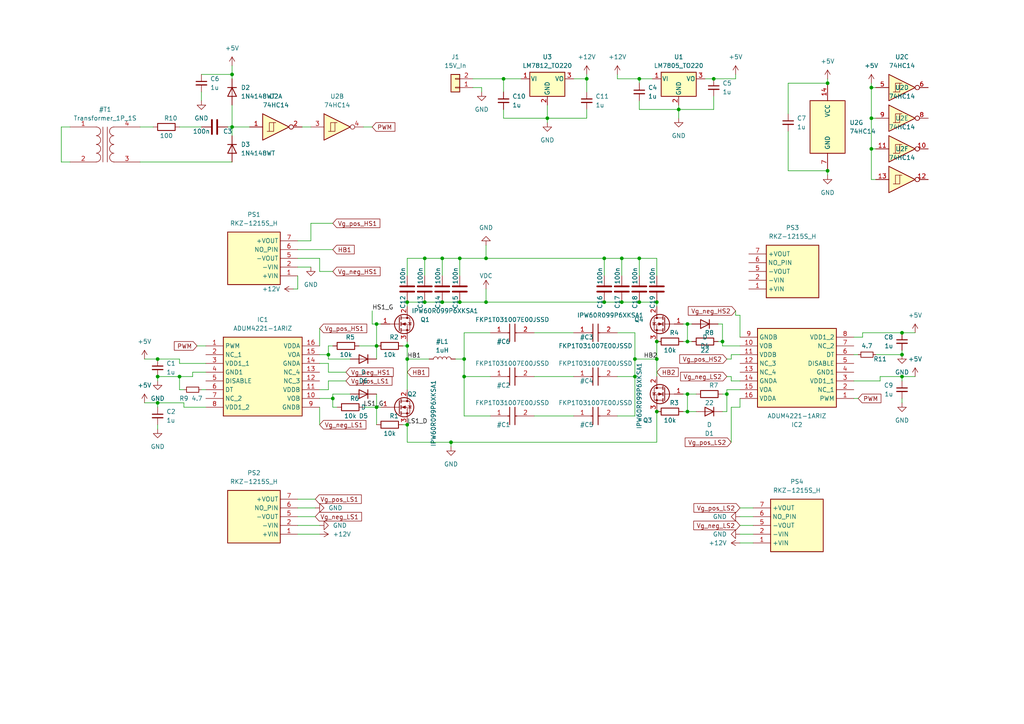
<source format=kicad_sch>
(kicad_sch (version 20230121) (generator eeschema)
  (paper "A4")
  (title_block (title "The PPFE SSTC") (date "2023-11-10") (rev "A"))
  (lib_symbols
    (symbol "74xx:74HC14" (pin_names (offset 1.016))
      (property "Reference" "U" (at 0 1.27 0))
      (property "Value" "74HC14" (at 0 -1.27 0))
      (symbol "74HC14_1_0"
        (pin input line (at -7.62 0 0) (length 3.81) (name "~") (number "1"))
        (pin output inverted (at 7.62 0 180) (length 3.81) (name "~") (number "2"))
      )
      (symbol "74HC14_2_0"
        (pin input line (at -7.62 0 0) (length 3.81) (name "~") (number "3"))
        (pin output inverted (at 7.62 0 180) (length 3.81) (name "~") (number "4"))
      )
      (symbol "74HC14_3_0"
        (pin input line (at -7.62 0 0) (length 3.81) (name "~") (number "5"))
        (pin output inverted (at 7.62 0 180) (length 3.81) (name "~") (number "6"))
      )
      (symbol "74HC14_4_0"
        (pin output inverted (at 7.62 0 180) (length 3.81) (name "~") (number "8"))
        (pin input line (at -7.62 0 0) (length 3.81) (name "~") (number "9"))
      )
      (symbol "74HC14_5_0"
        (pin output inverted (at 7.62 0 180) (length 3.81) (name "~") (number "10"))
        (pin input line (at -7.62 0 0) (length 3.81) (name "~") (number "11"))
      )
      (symbol "74HC14_6_0"
        (pin output inverted (at 7.62 0 180) (length 3.81) (name "~") (number "12"))
        (pin input line (at -7.62 0 0) (length 3.81) (name "~") (number "13"))
      )
      (symbol "74HC14_7_0"
        (pin power_in line (at 0 12.7 270) (length 5.08) (name "VCC") (number "14"))
        (pin power_in line (at 0 -12.7 90) (length 5.08) (name "GND") (number "7"))
      )
    )
    (symbol "Connector_Generic:Conn_01x02" (pin_names (offset 1.016) hide)
      (property "Reference" "J" (at 0 2.54 0))
      (property "Value" "Conn_01x02" (at 0 -5.08 0))
      (symbol "Conn_01x02_1_1"
        (pin passive line (at -5.08 0 0) (length 3.81) (name "Pin_1") (number "1"))
        (pin passive line (at -5.08 -2.54 0) (length 3.81) (name "Pin_2") (number "2"))
      )
    )
    (symbol "Device:C" (pin_numbers hide) (pin_names (offset 0.254))
      (property "Reference" "C" (at 0.635 2.54 0))
      (property "Value" "C" (at 0.635 -2.54 0))
      (symbol "C_1_1"
        (pin passive line (at 0 3.81 270) (length 2.794) (name "~") (number "1"))
        (pin passive line (at 0 -3.81 90) (length 2.794) (name "~") (number "2"))
      )
    )
    (symbol "Device:C_Small" (pin_numbers hide) (pin_names (offset 0.254) hide)
      (property "Reference" "C" (at 0.254 1.778 0))
      (property "Value" "C_Small" (at 0.254 -2.032 0))
      (symbol "C_Small_1_1"
        (pin passive line (at 0 2.54 270) (length 2.032) (name "~") (number "1"))
        (pin passive line (at 0 -2.54 90) (length 2.032) (name "~") (number "2"))
      )
    )
    (symbol "Device:D" (pin_numbers hide) (pin_names (offset 1.016) hide)
      (property "Reference" "D" (at 0 2.54 0))
      (property "Value" "D" (at 0 -2.54 0))
      (symbol "D_1_1"
        (pin passive line (at -3.81 0 0) (length 2.54) (name "K") (number "1"))
        (pin passive line (at 3.81 0 180) (length 2.54) (name "A") (number "2"))
      )
    )
    (symbol "Device:L" (pin_numbers hide) (pin_names (offset 1.016) hide)
      (property "Reference" "L" (at -1.27 0 90))
      (property "Value" "L" (at 1.905 0 90))
      (symbol "L_1_1"
        (pin passive line (at 0 3.81 270) (length 1.27) (name "1") (number "1"))
        (pin passive line (at 0 -3.81 90) (length 1.27) (name "2") (number "2"))
      )
    )
    (symbol "Device:R" (pin_numbers hide) (pin_names (offset 0))
      (property "Reference" "R" (at 2.032 0 90))
      (property "Value" "R" (at 0 0 90))
      (symbol "R_1_1"
        (pin passive line (at 0 3.81 270) (length 1.27) (name "~") (number "1"))
        (pin passive line (at 0 -3.81 90) (length 1.27) (name "~") (number "2"))
      )
    )
    (symbol "Device:R_Small" (pin_numbers hide) (pin_names (offset 0.254) hide)
      (property "Reference" "R" (at 0.762 0.508 0))
      (property "Value" "R_Small" (at 0.762 -1.016 0))
      (symbol "R_Small_1_1"
        (pin passive line (at 0 2.54 270) (length 0.762) (name "~") (number "1"))
        (pin passive line (at 0 -2.54 90) (length 0.762) (name "~") (number "2"))
      )
    )
    (symbol "Device:Transformer_1P_1S" (pin_names (offset 1.016) hide)
      (property "Reference" "T" (at 0 6.35 0))
      (property "Value" "Transformer_1P_1S" (at 0 -7.62 0))
      (symbol "Transformer_1P_1S_1_1"
        (pin passive line (at -10.16 5.08 0) (length 7.62) (name "AA") (number "1"))
        (pin passive line (at -10.16 -5.08 0) (length 7.62) (name "AB") (number "2"))
        (pin passive line (at 10.16 -5.08 180) (length 7.62) (name "SA") (number "3"))
        (pin passive line (at 10.16 5.08 180) (length 7.62) (name "SB") (number "4"))
      )
    )
    (symbol "Diode:1N4148WT" (pin_numbers hide) (pin_names hide)
      (property "Reference" "D" (at 0 2.54 0))
      (property "Value" "1N4148WT" (at 0 -2.54 0))
      (symbol "1N4148WT_1_1"
        (pin passive line (at -3.81 0 0) (length 2.54) (name "K") (number "1"))
        (pin passive line (at 3.81 0 180) (length 2.54) (name "A") (number "2"))
      )
    )
    (symbol "FKP1T031007E00JSSD:FKP1T031007E00JSSD" (pin_names hide)
      (property "Reference" "C" (at 8.89 6.35 0))
      (property "Value" "FKP1T031007E00JSSD" (at 8.89 3.81 0))
      (symbol "FKP1T031007E00JSSD_1_1"
        (pin passive line (at 0 0 0) (length 5.08) (name "1") (number "1"))
        (pin passive line (at 12.7 0 180) (length 5.08) (name "2") (number "2"))
      )
    )
    (symbol "Regulator_Linear:LM7805_TO220" (pin_names (offset 0.254))
      (property "Reference" "U" (at -3.81 3.175 0))
      (property "Value" "LM7805_TO220" (at 0 3.175 0))
      (symbol "LM7805_TO220_1_1"
        (pin power_in line (at -7.62 0 0) (length 2.54) (name "VI") (number "1"))
        (pin power_in line (at 0 -7.62 90) (length 2.54) (name "GND") (number "2"))
        (pin power_out line (at 7.62 0 180) (length 2.54) (name "VO") (number "3"))
      )
    )
    (symbol "Regulator_Linear:LM7812_TO220" (pin_names (offset 0.254))
      (property "Reference" "U" (at -3.81 3.175 0))
      (property "Value" "LM7812_TO220" (at 0 3.175 0))
      (symbol "LM7812_TO220_1_1"
        (pin power_in line (at -7.62 0 0) (length 2.54) (name "VI") (number "1"))
        (pin power_in line (at 0 -7.62 90) (length 2.54) (name "GND") (number "2"))
        (pin power_out line (at 7.62 0 180) (length 2.54) (name "VO") (number "3"))
      )
    )
    (symbol "SamacSys_Parts:ADUM4221-1ARIZ"
      (property "Reference" "IC" (at 29.21 7.62 0))
      (property "Value" "ADUM4221-1ARIZ" (at 29.21 5.08 0))
      (symbol "ADUM4221-1ARIZ_1_1"
        (pin passive line (at 0 0 0) (length 5.08) (name "PWM") (number "1"))
        (pin passive line (at 33.02 -15.24 180) (length 5.08) (name "VOB") (number "10"))
        (pin passive line (at 33.02 -12.7 180) (length 5.08) (name "VDDB") (number "11"))
        (pin passive line (at 33.02 -10.16 180) (length 5.08) (name "NC_3") (number "12"))
        (pin passive line (at 33.02 -7.62 180) (length 5.08) (name "NC_4") (number "13"))
        (pin passive line (at 33.02 -5.08 180) (length 5.08) (name "GNDA") (number "14"))
        (pin passive line (at 33.02 -2.54 180) (length 5.08) (name "VOA") (number "15"))
        (pin passive line (at 33.02 0 180) (length 5.08) (name "VDDA") (number "16"))
        (pin passive line (at 0 -2.54 0) (length 5.08) (name "NC_1") (number "2"))
        (pin passive line (at 0 -5.08 0) (length 5.08) (name "VDD1_1") (number "3"))
        (pin passive line (at 0 -7.62 0) (length 5.08) (name "GND1") (number "4"))
        (pin passive line (at 0 -10.16 0) (length 5.08) (name "DISABLE") (number "5"))
        (pin passive line (at 0 -12.7 0) (length 5.08) (name "DT") (number "6"))
        (pin passive line (at 0 -15.24 0) (length 5.08) (name "NC_2") (number "7"))
        (pin passive line (at 0 -17.78 0) (length 5.08) (name "VDD1_2") (number "8"))
        (pin passive line (at 33.02 -17.78 180) (length 5.08) (name "GNDB") (number "9"))
      )
    )
    (symbol "SamacSys_Parts:RKZ-1215S_H"
      (property "Reference" "PS" (at 21.59 7.62 0))
      (property "Value" "RKZ-1215S_H" (at 21.59 5.08 0))
      (symbol "RKZ-1215S_H_1_1"
        (pin passive line (at 0 0 0) (length 5.08) (name "+VIN") (number "1"))
        (pin passive line (at 0 -2.54 0) (length 5.08) (name "-VIN") (number "2"))
        (pin passive line (at 0 -5.08 0) (length 5.08) (name "-VOUT") (number "5"))
        (pin passive line (at 0 -7.62 0) (length 5.08) (name "NO_PIN") (number "6"))
        (pin passive line (at 0 -10.16 0) (length 5.08) (name "+VOUT") (number "7"))
      )
    )
    (symbol "Transistor_FET:C2M0025120D" (pin_names hide)
      (property "Reference" "Q" (at 5.08 1.905 0))
      (property "Value" "C2M0025120D" (at 5.08 0 0))
      (symbol "C2M0025120D_1_1"
        (pin input line (at -5.08 0 0) (length 2.54) (name "G") (number "1"))
        (pin passive line (at 2.54 5.08 270) (length 2.54) (name "D") (number "2"))
        (pin passive line (at 2.54 -5.08 90) (length 2.54) (name "S") (number "3"))
      )
    )
    (symbol "power:+12V" (power) (pin_names (offset 0))
      (property "Value" "+12V" (at 0 3.556 0))
      (symbol "+12V_1_1"
        (pin power_in line (at 0 0 90) (length 0) hide (name "+12V") (number "1"))
      )
    )
    (symbol "power:+5V" (power) (pin_names (offset 0))
      (property "Value" "+5V" (at 0 3.556 0))
      (symbol "+5V_1_1"
        (pin power_in line (at 0 0 90) (length 0) hide (name "+5V") (number "1"))
      )
    )
    (symbol "power:GND" (power) (pin_names (offset 0))
      (property "Value" "GND" (at 0 -3.81 0))
      (symbol "GND_1_1"
        (pin power_in line (at 0 0 270) (length 0) hide (name "GND") (number "1"))
      )
    )
    (symbol "power:VDC" (power) (pin_names (offset 0))
      (property "Value" "VDC" (at 0 6.35 0))
      (symbol "VDC_1_1"
        (pin power_in line (at 0 0 90) (length 0) hide (name "VDC") (number "1"))
      )
    )
  )
  (junction (at 130.81 128.27))
  (junction (at 170.18 22.86))
  (junction (at 45.72 104.14))
  (junction (at 252.73 34.29))
  (junction (at 175.26 74.93))
  (junction (at 109.22 93.98))
  (junction (at 123.19 87.63))
  (junction (at 118.11 104.14))
  (junction (at 123.19 74.93))
  (junction (at 118.11 87.63))
  (junction (at 180.34 87.63))
  (junction (at 196.85 31.75))
  (junction (at 134.62 109.22))
  (junction (at 134.62 104.14))
  (junction (at 45.72 109.22))
  (junction (at 190.5 119.38))
  (junction (at 252.73 25.4))
  (junction (at 210.82 114.3))
  (junction (at 185.42 22.86))
  (junction (at 199.39 119.38))
  (junction (at 175.26 87.63))
  (junction (at 109.22 118.11))
  (junction (at 261.62 96.52))
  (junction (at 118.11 100.33))
  (junction (at 109.22 100.33))
  (junction (at 190.5 87.63))
  (junction (at 252.73 43.18))
  (junction (at 133.35 74.93))
  (junction (at 96.52 115.57))
  (junction (at 190.5 99.06))
  (junction (at 140.97 87.63))
  (junction (at 185.42 87.63))
  (junction (at 261.62 109.22))
  (junction (at 67.31 21.59))
  (junction (at 240.03 24.13))
  (junction (at 140.97 74.93))
  (junction (at 207.01 22.86))
  (junction (at 67.31 36.83))
  (junction (at 199.39 99.06))
  (junction (at 133.35 87.63))
  (junction (at 45.72 116.84))
  (junction (at 128.27 74.93))
  (junction (at 240.03 49.53))
  (junction (at 128.27 87.63))
  (junction (at 261.62 102.87))
  (junction (at 184.15 109.22))
  (junction (at 158.75 34.29))
  (junction (at 52.07 109.22))
  (junction (at 184.15 104.14))
  (junction (at 180.34 74.93))
  (junction (at 199.39 114.3))
  (junction (at 95.25 102.87))
  (junction (at 190.5 104.14))
  (junction (at 146.05 22.86))
  (junction (at 199.39 93.98))
  (junction (at 209.55 99.06))
  (junction (at 118.11 123.19))
  (junction (at 185.42 74.93))
  (wire (pts (xy 45.72 123.19) (xy 45.72 124.46)))
  (wire (pts (xy 96.52 118.11) (xy 97.79 118.11)))
  (wire (pts (xy 107.95 90.17) (xy 107.95 93.98)))
  (wire (pts (xy 185.42 87.63) (xy 190.5 87.63)))
  (wire (pts (xy 118.11 104.14) (xy 118.11 113.03)))
  (wire (pts (xy 132.08 104.14) (xy 134.62 104.14)))
  (wire (pts (xy 134.62 104.14) (xy 134.62 109.22)))
  (wire (pts (xy 137.16 25.4) (xy 139.7 25.4)))
  (wire (pts (xy 265.43 96.52) (xy 261.62 96.52)))
  (wire (pts (xy 107.95 93.98) (xy 109.22 93.98)))
  (wire (pts (xy 207.01 31.75) (xy 196.85 31.75)))
  (wire (pts (xy 96.52 100.33) (xy 95.25 100.33)))
  (wire (pts (xy 52.07 109.22) (xy 45.72 109.22)))
  (wire (pts (xy 198.12 93.98) (xy 199.39 93.98)))
  (wire (pts (xy 213.36 90.17) (xy 213.36 91.44)))
  (wire (pts (xy 252.73 52.07) (xy 252.73 43.18)))
  (wire (pts (xy 109.22 93.98) (xy 109.22 100.33)))
  (wire (pts (xy 67.31 36.83) (xy 67.31 39.37)))
  (wire (pts (xy 104.14 100.33) (xy 109.22 100.33)))
  (wire (pts (xy 252.73 25.4) (xy 254 25.4)))
  (wire (pts (xy 180.34 87.63) (xy 185.42 87.63)))
  (wire (pts (xy 128.27 74.93) (xy 123.19 74.93)))
  (wire (pts (xy 55.88 107.95) (xy 55.88 109.22)))
  (wire (pts (xy 109.22 118.11) (xy 110.49 118.11)))
  (wire (pts (xy 134.62 96.52) (xy 134.62 104.14)))
  (wire (pts (xy 118.11 99.06) (xy 118.11 100.33)))
  (wire (pts (xy 95.25 100.33) (xy 95.25 102.87)))
  (wire (pts (xy 185.42 22.86) (xy 185.42 24.13)))
  (wire (pts (xy 146.05 22.86) (xy 151.13 22.86)))
  (wire (pts (xy 184.15 120.65) (xy 184.15 109.22)))
  (wire (pts (xy 170.18 26.67) (xy 170.18 22.86)))
  (wire (pts (xy 247.65 110.49) (xy 255.27 110.49)))
  (wire (pts (xy 53.34 116.84) (xy 45.72 116.84)))
  (wire (pts (xy 137.16 22.86) (xy 146.05 22.86)))
  (wire (pts (xy 210.82 113.03) (xy 214.63 113.03)))
  (wire (pts (xy 130.81 128.27) (xy 190.5 128.27)))
  (wire (pts (xy 199.39 99.06) (xy 199.39 93.98)))
  (wire (pts (xy 87.63 36.83) (xy 90.17 36.83)))
  (wire (pts (xy 146.05 26.67) (xy 146.05 22.86)))
  (wire (pts (xy 252.73 34.29) (xy 252.73 43.18)))
  (wire (pts (xy 190.5 119.38) (xy 190.5 128.27)))
  (wire (pts (xy 261.62 109.22) (xy 261.62 110.49)))
  (wire (pts (xy 247.65 102.87) (xy 248.92 102.87)))
  (wire (pts (xy 198.12 119.38) (xy 199.39 119.38)))
  (wire (pts (xy 146.05 34.29) (xy 158.75 34.29)))
  (wire (pts (xy 175.26 87.63) (xy 180.34 87.63)))
  (wire (pts (xy 40.64 36.83) (xy 44.45 36.83)))
  (wire (pts (xy 58.42 113.03) (xy 59.69 113.03)))
  (wire (pts (xy 123.19 87.63) (xy 128.27 87.63)))
  (wire (pts (xy 92.71 95.25) (xy 92.71 100.33)))
  (wire (pts (xy 214.63 149.86) (xy 218.44 149.86)))
  (wire (pts (xy 57.15 100.33) (xy 59.69 100.33)))
  (wire (pts (xy 67.31 36.83) (xy 72.39 36.83)))
  (wire (pts (xy 210.82 114.3) (xy 210.82 119.38)))
  (wire (pts (xy 146.05 31.75) (xy 146.05 34.29)))
  (wire (pts (xy 210.82 114.3) (xy 209.55 114.3)))
  (wire (pts (xy 90.17 64.77) (xy 90.17 69.85)))
  (wire (pts (xy 128.27 80.01) (xy 128.27 74.93)))
  (wire (pts (xy 228.6 38.1) (xy 228.6 49.53)))
  (wire (pts (xy 185.42 31.75) (xy 196.85 31.75)))
  (wire (pts (xy 52.07 104.14) (xy 45.72 104.14)))
  (wire (pts (xy 109.22 118.11) (xy 109.22 123.19)))
  (wire (pts (xy 210.82 113.03) (xy 210.82 114.3)))
  (wire (pts (xy 247.65 97.79) (xy 250.19 97.79)))
  (wire (pts (xy 170.18 31.75) (xy 170.18 34.29)))
  (wire (pts (xy 55.88 107.95) (xy 59.69 107.95)))
  (wire (pts (xy 199.39 119.38) (xy 201.93 119.38)))
  (wire (pts (xy 105.41 36.83) (xy 107.95 36.83)))
  (wire (pts (xy 95.25 113.03) (xy 92.71 113.03)))
  (wire (pts (xy 212.09 104.14) (xy 212.09 102.87)))
  (wire (pts (xy 214.63 118.11) (xy 214.63 115.57)))
  (wire (pts (xy 101.6 114.3) (xy 96.52 114.3)))
  (wire (pts (xy 140.97 87.63) (xy 140.97 83.82)))
  (wire (pts (xy 17.78 36.83) (xy 20.32 36.83)))
  (wire (pts (xy 118.11 128.27) (xy 130.81 128.27)))
  (wire (pts (xy 139.7 25.4) (xy 139.7 26.67)))
  (wire (pts (xy 212.09 102.87) (xy 214.63 102.87)))
  (wire (pts (xy 92.71 74.93) (xy 86.36 74.93)))
  (wire (pts (xy 261.62 101.6) (xy 261.62 102.87)))
  (wire (pts (xy 209.55 99.06) (xy 209.55 100.33)))
  (wire (pts (xy 175.26 80.01) (xy 175.26 74.93)))
  (wire (pts (xy 158.75 30.48) (xy 158.75 34.29)))
  (wire (pts (xy 92.71 78.74) (xy 92.71 74.93)))
  (wire (pts (xy 209.55 93.98) (xy 209.55 99.06)))
  (wire (pts (xy 208.28 99.06) (xy 209.55 99.06)))
  (wire (pts (xy 179.07 120.65) (xy 184.15 120.65)))
  (wire (pts (xy 214.63 154.94) (xy 218.44 154.94)))
  (wire (pts (xy 95.25 107.95) (xy 100.33 107.95)))
  (wire (pts (xy 212.09 109.22) (xy 210.82 109.22)))
  (wire (pts (xy 116.84 123.19) (xy 118.11 123.19)))
  (wire (pts (xy 58.42 26.67) (xy 58.42 29.21)))
  (wire (pts (xy 67.31 19.05) (xy 67.31 21.59)))
  (wire (pts (xy 190.5 99.06) (xy 190.5 104.14)))
  (wire (pts (xy 52.07 105.41) (xy 52.07 104.14)))
  (wire (pts (xy 209.55 119.38) (xy 210.82 119.38)))
  (wire (pts (xy 86.36 149.86) (xy 91.44 149.86)))
  (wire (pts (xy 109.22 114.3) (xy 109.22 118.11)))
  (wire (pts (xy 184.15 96.52) (xy 184.15 104.14)))
  (wire (pts (xy 247.65 115.57) (xy 248.92 115.57)))
  (wire (pts (xy 96.52 78.74) (xy 92.71 78.74)))
  (wire (pts (xy 184.15 104.14) (xy 190.5 104.14)))
  (wire (pts (xy 228.6 33.02) (xy 228.6 24.13)))
  (wire (pts (xy 40.64 46.99) (xy 67.31 46.99)))
  (wire (pts (xy 86.36 77.47) (xy 90.17 77.47)))
  (wire (pts (xy 265.43 109.22) (xy 261.62 109.22)))
  (wire (pts (xy 41.91 116.84) (xy 45.72 116.84)))
  (wire (pts (xy 180.34 74.93) (xy 175.26 74.93)))
  (wire (pts (xy 185.42 74.93) (xy 180.34 74.93)))
  (wire (pts (xy 118.11 87.63) (xy 123.19 87.63)))
  (wire (pts (xy 20.32 46.99) (xy 17.78 46.99)))
  (wire (pts (xy 184.15 109.22) (xy 179.07 109.22)))
  (wire (pts (xy 199.39 114.3) (xy 201.93 114.3)))
  (wire (pts (xy 207.01 27.94) (xy 207.01 31.75)))
  (wire (pts (xy 190.5 104.14) (xy 190.5 109.22)))
  (wire (pts (xy 198.12 99.06) (xy 199.39 99.06)))
  (wire (pts (xy 212.09 110.49) (xy 212.09 109.22)))
  (wire (pts (xy 254 102.87) (xy 261.62 102.87)))
  (wire (pts (xy 90.17 69.85) (xy 86.36 69.85)))
  (wire (pts (xy 95.25 105.41) (xy 92.71 105.41)))
  (wire (pts (xy 86.36 144.78) (xy 91.44 144.78)))
  (wire (pts (xy 105.41 118.11) (xy 109.22 118.11)))
  (wire (pts (xy 213.36 21.59) (xy 213.36 22.86)))
  (wire (pts (xy 41.91 104.14) (xy 45.72 104.14)))
  (wire (pts (xy 96.52 115.57) (xy 96.52 118.11)))
  (wire (pts (xy 199.39 93.98) (xy 200.66 93.98)))
  (wire (pts (xy 170.18 22.86) (xy 166.37 22.86)))
  (wire (pts (xy 53.34 113.03) (xy 52.07 113.03)))
  (wire (pts (xy 95.25 110.49) (xy 95.25 113.03)))
  (wire (pts (xy 196.85 31.75) (xy 196.85 34.29)))
  (wire (pts (xy 250.19 96.52) (xy 261.62 96.52)))
  (wire (pts (xy 185.42 80.01) (xy 185.42 74.93)))
  (wire (pts (xy 109.22 100.33) (xy 109.22 104.14)))
  (wire (pts (xy 45.72 116.84) (xy 45.72 118.11)))
  (wire (pts (xy 189.23 22.86) (xy 185.42 22.86)))
  (wire (pts (xy 198.12 114.3) (xy 199.39 114.3)))
  (wire (pts (xy 240.03 49.53) (xy 240.03 50.8)))
  (wire (pts (xy 52.07 109.22) (xy 52.07 113.03)))
  (wire (pts (xy 96.52 115.57) (xy 92.71 115.57)))
  (wire (pts (xy 66.04 36.83) (xy 67.31 36.83)))
  (wire (pts (xy 185.42 29.21) (xy 185.42 31.75)))
  (wire (pts (xy 154.94 96.52) (xy 166.37 96.52)))
  (wire (pts (xy 101.6 104.14) (xy 95.25 104.14)))
  (wire (pts (xy 86.36 83.82) (xy 86.36 80.01)))
  (wire (pts (xy 250.19 97.79) (xy 250.19 96.52)))
  (wire (pts (xy 190.5 80.01) (xy 190.5 74.93)))
  (wire (pts (xy 228.6 49.53) (xy 240.03 49.53)))
  (wire (pts (xy 123.19 74.93) (xy 123.19 80.01)))
  (wire (pts (xy 134.62 109.22) (xy 134.62 120.65)))
  (wire (pts (xy 17.78 46.99) (xy 17.78 36.83)))
  (wire (pts (xy 214.63 157.48) (xy 218.44 157.48)))
  (wire (pts (xy 190.5 74.93) (xy 185.42 74.93)))
  (wire (pts (xy 184.15 96.52) (xy 179.07 96.52)))
  (wire (pts (xy 179.07 22.86) (xy 185.42 22.86)))
  (wire (pts (xy 154.94 120.65) (xy 166.37 120.65)))
  (wire (pts (xy 118.11 88.9) (xy 118.11 87.63)))
  (wire (pts (xy 95.25 107.95) (xy 95.25 105.41)))
  (wire (pts (xy 209.55 100.33) (xy 214.63 100.33)))
  (wire (pts (xy 118.11 104.14) (xy 124.46 104.14)))
  (wire (pts (xy 86.36 152.4) (xy 92.71 152.4)))
  (wire (pts (xy 95.25 102.87) (xy 92.71 102.87)))
  (wire (pts (xy 133.35 80.01) (xy 133.35 74.93)))
  (wire (pts (xy 133.35 74.93) (xy 128.27 74.93)))
  (wire (pts (xy 55.88 109.22) (xy 52.07 109.22)))
  (wire (pts (xy 109.22 93.98) (xy 110.49 93.98)))
  (wire (pts (xy 214.63 147.32) (xy 218.44 147.32)))
  (wire (pts (xy 214.63 152.4) (xy 218.44 152.4)))
  (wire (pts (xy 154.94 109.22) (xy 166.37 109.22)))
  (wire (pts (xy 254 43.18) (xy 252.73 43.18)))
  (wire (pts (xy 214.63 110.49) (xy 212.09 110.49)))
  (wire (pts (xy 85.09 83.82) (xy 86.36 83.82)))
  (wire (pts (xy 92.71 118.11) (xy 92.71 123.19)))
  (wire (pts (xy 140.97 87.63) (xy 175.26 87.63)))
  (wire (pts (xy 133.35 87.63) (xy 140.97 87.63)))
  (wire (pts (xy 252.73 25.4) (xy 252.73 34.29)))
  (wire (pts (xy 134.62 120.65) (xy 142.24 120.65)))
  (wire (pts (xy 118.11 74.93) (xy 123.19 74.93)))
  (wire (pts (xy 52.07 36.83) (xy 58.42 36.83)))
  (wire (pts (xy 45.72 109.22) (xy 45.72 110.49)))
  (wire (pts (xy 58.42 21.59) (xy 67.31 21.59)))
  (wire (pts (xy 59.69 105.41) (xy 52.07 105.41)))
  (wire (pts (xy 184.15 109.22) (xy 184.15 104.14)))
  (wire (pts (xy 210.82 104.14) (xy 212.09 104.14)))
  (wire (pts (xy 196.85 31.75) (xy 196.85 30.48)))
  (wire (pts (xy 95.25 110.49) (xy 100.33 110.49)))
  (wire (pts (xy 208.28 93.98) (xy 209.55 93.98)))
  (wire (pts (xy 67.31 30.48) (xy 67.31 36.83)))
  (wire (pts (xy 134.62 96.52) (xy 142.24 96.52)))
  (wire (pts (xy 255.27 110.49) (xy 255.27 109.22)))
  (wire (pts (xy 170.18 22.86) (xy 170.18 21.59)))
  (wire (pts (xy 86.36 154.94) (xy 92.71 154.94)))
  (wire (pts (xy 134.62 109.22) (xy 142.24 109.22)))
  (wire (pts (xy 261.62 115.57) (xy 261.62 116.84)))
  (wire (pts (xy 158.75 34.29) (xy 170.18 34.29)))
  (wire (pts (xy 95.25 104.14) (xy 95.25 102.87)))
  (wire (pts (xy 212.09 118.11) (xy 214.63 118.11)))
  (wire (pts (xy 116.84 100.33) (xy 118.11 100.33)))
  (wire (pts (xy 67.31 21.59) (xy 67.31 22.86)))
  (wire (pts (xy 199.39 119.38) (xy 199.39 114.3)))
  (wire (pts (xy 140.97 74.93) (xy 133.35 74.93)))
  (wire (pts (xy 118.11 128.27) (xy 118.11 123.19)))
  (wire (pts (xy 128.27 87.63) (xy 133.35 87.63)))
  (wire (pts (xy 86.36 147.32) (xy 91.44 147.32)))
  (wire (pts (xy 96.52 114.3) (xy 96.52 115.57)))
  (wire (pts (xy 254 52.07) (xy 252.73 52.07)))
  (wire (pts (xy 252.73 24.13) (xy 252.73 25.4)))
  (wire (pts (xy 204.47 22.86) (xy 207.01 22.86)))
  (wire (pts (xy 255.27 109.22) (xy 261.62 109.22)))
  (wire (pts (xy 180.34 80.01) (xy 180.34 74.93)))
  (wire (pts (xy 158.75 34.29) (xy 158.75 35.56)))
  (wire (pts (xy 212.09 118.11) (xy 212.09 128.27)))
  (wire (pts (xy 213.36 91.44) (xy 214.63 91.44)))
  (wire (pts (xy 254 34.29) (xy 252.73 34.29)))
  (wire (pts (xy 86.36 72.39) (xy 96.52 72.39)))
  (wire (pts (xy 179.07 22.86) (xy 179.07 21.59)))
  (wire (pts (xy 175.26 74.93) (xy 140.97 74.93)))
  (wire (pts (xy 53.34 118.11) (xy 53.34 116.84)))
  (wire (pts (xy 118.11 100.33) (xy 118.11 104.14)))
  (wire (pts (xy 96.52 64.77) (xy 90.17 64.77)))
  (wire (pts (xy 130.81 128.27) (xy 130.81 129.54)))
  (wire (pts (xy 240.03 22.86) (xy 240.03 24.13)))
  (wire (pts (xy 213.36 22.86) (xy 207.01 22.86)))
  (wire (pts (xy 214.63 91.44) (xy 214.63 97.79)))
  (wire (pts (xy 190.5 88.9) (xy 190.5 87.63)))
  (wire (pts (xy 59.69 118.11) (xy 53.34 118.11)))
  (wire (pts (xy 140.97 71.12) (xy 140.97 74.93)))
  (wire (pts (xy 228.6 24.13) (xy 240.03 24.13)))
  (wire (pts (xy 200.66 99.06) (xy 199.39 99.06)))
  (wire (pts (xy 118.11 80.01) (xy 118.11 74.93)))
  (label "LS1_G" (at 105.41 118.11 0))
  (label "HB2" (at 186.69 104.14 0))
  (label "LS1_D" (at 118.11 123.19 0))
  (label "HB1" (at 118.11 104.14 0))
  (label "HS1_G" (at 107.95 90.17 0))
  (global_label "Vg_neg_LS2" (shape input) (at 214.63 152.4 180) (property "Intersheetrefs" "${INTERSHEET_REFS}" (effects hide)))
  (global_label "Vg_neg_LS1" (shape input) (at 91.44 149.86 0) (property "Intersheetrefs" "${INTERSHEET_REFS}" (effects hide)))
  (global_label "PWM" (shape input) (at 248.92 115.57 0) (property "Intersheetrefs" "${INTERSHEET_REFS}" (effects hide)))
  (global_label "HB2" (shape input) (at 190.5 107.95 0) (property "Intersheetrefs" "${INTERSHEET_REFS}" (effects hide)))
  (global_label "Vg_pos_LS2" (shape input) (at 214.63 147.32 180) (property "Intersheetrefs" "${INTERSHEET_REFS}" (effects hide)))
  (global_label "Vg_pos_LS1" (shape input) (at 100.33 110.49 0) (property "Intersheetrefs" "${INTERSHEET_REFS}" (effects hide)))
  (global_label "PWM" (shape input) (at 107.95 36.83 0) (property "Intersheetrefs" "${INTERSHEET_REFS}" (effects hide)))
  (global_label "Vg_neg_LS1" (shape input) (at 92.71 123.19 0) (property "Intersheetrefs" "${INTERSHEET_REFS}" (effects hide)))
  (global_label "Vg_neg_HS2" (shape input) (at 213.36 90.17 180) (property "Intersheetrefs" "${INTERSHEET_REFS}" (effects hide)))
  (global_label "Vg_pos_HS1" (shape input) (at 96.52 64.77 0) (property "Intersheetrefs" "${INTERSHEET_REFS}" (effects hide)))
  (global_label "Vg_pos_LS2" (shape input) (at 212.09 128.27 180) (property "Intersheetrefs" "${INTERSHEET_REFS}" (effects hide)))
  (global_label "Vg_pos_LS1" (shape input) (at 91.44 144.78 0) (property "Intersheetrefs" "${INTERSHEET_REFS}" (effects hide)))
  (global_label "HB1" (shape input) (at 118.11 107.95 0) (property "Intersheetrefs" "${INTERSHEET_REFS}" (effects hide)))
  (global_label "Vg_pos_HS2" (shape input) (at 210.82 104.14 180) (property "Intersheetrefs" "${INTERSHEET_REFS}" (effects hide)))
  (global_label "Vg_neg_HS1" (shape input) (at 100.33 107.95 0) (property "Intersheetrefs" "${INTERSHEET_REFS}" (effects hide)))
  (global_label "Vg_pos_HS1" (shape input) (at 92.71 95.25 0) (property "Intersheetrefs" "${INTERSHEET_REFS}" (effects hide)))
  (global_label "Vg_neg_HS1" (shape input) (at 96.52 78.74 0) (property "Intersheetrefs" "${INTERSHEET_REFS}" (effects hide)))
  (global_label "Vg_neg_LS2" (shape input) (at 210.82 109.22 180) (property "Intersheetrefs" "${INTERSHEET_REFS}" (effects hide)))
  (global_label "HB1" (shape input) (at 96.52 72.39 0) (property "Intersheetrefs" "${INTERSHEET_REFS}" (effects hide)))
  (global_label "PWM" (shape input) (at 57.15 100.33 180) (property "Intersheetrefs" "${INTERSHEET_REFS}" (effects hide)))
  (symbol (lib_id "Device:R") (at 48.26 36.83 90) (unit 1)
    (property "Reference" "R10" (at 49.53 34.29 90))
    (property "Value" "100" (at 48.26 39.37 90))
    (property "Footprint" "Resistor_SMD:R_0805_2012Metric" (effects hide))
  )
  (symbol (lib_id "power:+12V") (at 170.18 21.59 0) (unit 1)
    (property "Reference" "#PWR020" (effects hide))
    (property "Value" "+12V" (at 170.18 16.51 0))
  )
  (symbol (lib_id "Device:D") (at 204.47 93.98 180) (unit 1)
    (property "Reference" "D4" (at 204.47 100.33 0))
    (property "Value" "D" (at 204.47 97.79 0))
    (property "Footprint" "PCM_Diode_SMD_AKL:D_PowerDI-123" (effects hide))
    (property "Sim.Device" "D" (effects hide))
    (property "Sim.Pins" "1=K 2=A" (effects hide))
  )
  (symbol (lib_id "Device:C_Small") (at 58.42 24.13 0) (unit 1)
    (property "Reference" "C6" (at 60.96 22.8663 0) (effects (justify left)))
    (property "Value" "1u" (at 60.96 25.4063 0) (effects (justify left)))
    (property "Footprint" "Capacitor_SMD:C_0805_2012Metric" (effects hide))
  )
  (symbol (lib_id "power:+5V") (at 41.91 116.84 0) (unit 1)
    (property "Reference" "#PWR03" (effects hide))
    (property "Value" "+5V" (at 41.91 111.76 0))
  )
  (symbol (lib_id "Transistor_FET:C2M0025120D") (at 115.57 93.98 0) (unit 1)
    (property "Reference" "Q1" (at 121.92 92.71 0) (effects (justify left)))
    (property "Value" "IPW60R099P6XKSA1" (at 119.38 90.17 0) (effects (justify left)))
    (property "Footprint" "Package_TO_SOT_THT:TO-247-3_Vertical" (effects hide))
    (property "Datasheet" "https://www.wolfspeed.com/media/downloads/161/C2M0025120D.pdf" (effects hide))
  )
  (symbol (lib_id "SamacSys_Parts:ADUM4221-1ARIZ") (at 59.69 100.33 0) (unit 1)
    (property "Reference" "IC1" (at 76.2 92.71 0))
    (property "Value" "ADUM4221-1ARIZ" (at 76.2 95.25 0))
    (property "Footprint" "SamacSys_Parts:SOIC127P1030X264-16N" (effects hide))
    (property "Height" "2.64" (effects hide))
    (property "Mouser Part Number" "584-ADUM4221-1ARIZ" (effects hide))
    (property "Mouser Price/Stock" "https://www.mouser.co.uk/ProductDetail/Analog-Devices/ADUM4221-1ARIZ?qs=DPoM0jnrROU7HCm%2F%252BdCvpQ%3D%3D" (effects hide))
    (property "Manufacturer_Name" "Analog Devices" (effects hide))
    (property "Manufacturer_Part_Number" "ADUM4221-1ARIZ" (effects hide))
  )
  (symbol (lib_id "power:GND") (at 45.72 124.46 0) (unit 1)
    (property "Reference" "#PWR04" (effects hide))
    (property "Value" "GND" (at 45.72 129.54 0))
  )
  (symbol (lib_id "Device:R_Small") (at 55.88 113.03 90) (unit 1)
    (property "Reference" "R9" (at 53.34 115.57 90))
    (property "Value" "4.7" (at 57.15 115.57 90))
    (property "Footprint" "Resistor_SMD:R_0805_2012Metric" (effects hide))
  )
  (symbol (lib_id "power:+5V") (at 240.03 22.86 0) (unit 1)
    (property "Reference" "#PWR013" (effects hide))
    (property "Value" "+5V" (at 240.03 17.78 0))
  )
  (symbol (lib_id "Device:C") (at 62.23 36.83 270) (unit 1)
    (property "Reference" "C3" (at 66.04 38.1 90))
    (property "Value" "100n" (at 58.42 38.1 90))
    (property "Footprint" "Capacitor_SMD:C_2220_5650Metric" (effects hide))
  )
  (symbol (lib_id "Device:C_Small") (at 228.6 35.56 0) (unit 1)
    (property "Reference" "C7" (at 231.14 34.2963 0) (effects (justify left)))
    (property "Value" "1u" (at 231.14 36.8363 0) (effects (justify left)))
    (property "Footprint" "Capacitor_SMD:C_0805_2012Metric" (effects hide))
  )
  (symbol (lib_id "Device:L") (at 128.27 104.14 90) (unit 1)
    (property "Reference" "#L1" (at 128.27 99.06 90))
    (property "Value" "1uH" (at 128.27 101.6 90))
    (property "Footprint" "Inductor_SMD:L_Coilcraft_XAL1510-472" (effects hide))
  )
  (symbol (lib_id "74xx:74HC14") (at 261.62 34.29 0) (unit 4)
    (property "Reference" "U2" (at 261.62 25.4 0))
    (property "Value" "74HC14" (at 261.62 27.94 0))
    (property "Datasheet" "http://www.ti.com/lit/gpn/sn74HC14" (effects hide))
  )
  (symbol (lib_id "power:+5V") (at 41.91 104.14 0) (unit 1)
    (property "Reference" "#PWR02" (effects hide))
    (property "Value" "+5V" (at 41.91 99.06 0))
  )
  (symbol (lib_id "power:+5V") (at 252.73 24.13 0) (unit 1)
    (property "Reference" "#PWR015" (effects hide))
    (property "Value" "+5V" (at 252.73 19.05 0))
  )
  (symbol (lib_id "power:GND") (at 130.81 129.54 0) (unit 1)
    (property "Reference" "#PWR01" (effects hide))
    (property "Value" "GND" (at 130.81 134.62 0))
  )
  (symbol (lib_id "Device:C_Small") (at 45.72 120.65 0) (unit 1)
    (property "Reference" "C2" (at 48.26 119.3863 0) (effects (justify left)))
    (property "Value" "1u" (at 48.26 121.9263 0) (effects (justify left)))
    (property "Footprint" "Capacitor_SMD:C_0805_2012Metric" (effects hide))
  )
  (symbol (lib_id "Regulator_Linear:LM7805_TO220") (at 196.85 22.86 0) (unit 1)
    (property "Reference" "U1" (at 196.85 16.51 0))
    (property "Value" "LM7805_TO220" (at 196.85 19.05 0))
    (property "Footprint" "Package_TO_SOT_THT:TO-220-3_Vertical" (effects hide))
    (property "Datasheet" "https://www.onsemi.cn/PowerSolutions/document/MC7800-D.PDF" (effects hide))
  )
  (symbol (lib_id "Device:D") (at 205.74 119.38 180) (unit 1)
    (property "Reference" "D1" (at 205.74 125.73 0))
    (property "Value" "D" (at 205.74 123.19 0))
    (property "Footprint" "PCM_Diode_SMD_AKL:D_PowerDI-123" (effects hide))
    (property "Sim.Device" "D" (effects hide))
    (property "Sim.Pins" "1=K 2=A" (effects hide))
  )
  (symbol (lib_id "Transistor_FET:C2M0025120D") (at 115.57 118.11 0) (unit 1)
    (property "Reference" "Q2" (at 118.11 114.3 0) (effects (justify left)))
    (property "Value" "IPW60R099P6XKSA1" (at 125.73 129.54 90) (effects (justify left)))
    (property "Footprint" "Package_TO_SOT_THT:TO-247-3_Vertical" (effects hide))
    (property "Datasheet" "https://www.wolfspeed.com/media/downloads/161/C2M0025120D.pdf" (effects hide))
  )
  (symbol (lib_id "power:+12V") (at 179.07 21.59 0) (unit 1)
    (property "Reference" "#PWR08" (effects hide))
    (property "Value" "+12V" (at 179.07 16.51 0))
  )
  (symbol (lib_id "power:+12V") (at 92.71 154.94 270) (unit 1)
    (property "Reference" "#PWR025" (effects hide))
    (property "Value" "+12V" (at 96.52 154.94 90) (effects (justify left)))
  )
  (symbol (lib_id "Diode:1N4148WT") (at 67.31 26.67 270) (unit 1)
    (property "Reference" "D2" (at 69.85 25.4 90) (effects (justify left)))
    (property "Value" "1N4148WT" (at 69.85 27.94 90) (effects (justify left)))
    (property "Footprint" "Diode_SMD:D_SOD-523" (effects hide))
    (property "Datasheet" "https://www.diodes.com/assets/Datasheets/ds30396.pdf" (effects hide))
    (property "Sim.Device" "D" (effects hide))
    (property "Sim.Pins" "1=K 2=A" (effects hide))
  )
  (symbol (lib_id "Device:C") (at 180.34 83.82 180) (unit 1)
    (property "Reference" "C17" (at 179.07 87.63 90))
    (property "Value" "100n" (at 179.07 80.01 90))
    (property "Footprint" "Capacitor_SMD:C_2220_5650Metric" (effects hide))
  )
  (symbol (lib_id "power:+5V") (at 265.43 96.52 0) (mirror y) (unit 1)
    (property "Reference" "#PWR016" (effects hide))
    (property "Value" "+5V" (at 265.43 91.44 0))
  )
  (symbol (lib_id "FKP1T031007E00JSSD:FKP1T031007E00JSSD") (at 142.24 120.65 0) (unit 1)
    (property "Reference" "#C1" (at 146.05 123.19 0))
    (property "Value" "FKP1T031007E00JSSD" (at 148.59 116.84 0))
    (property "Footprint" "symbol:FKP1T031007E00JSSD" (effects hide))
    (property "Datasheet" "https://componentsearchengine.com/Datasheets/1/FKP1T031007E00JSSD.pdf" (effects hide))
    (property "Height" "29" (effects hide))
    (property "Mouser Part Number" "505-FKP1T031007E00JS" (effects hide))
    (property "Mouser Price/Stock" "https://www.mouser.com/Search/Refine.aspx?Keyword=505-FKP1T031007E00JS" (effects hide))
    (property "Manufacturer_Name" "WIMA" (effects hide))
    (property "Manufacturer_Part_Number" "FKP1T031007E00JSSD" (effects hide))
  )
  (symbol (lib_id "power:+12V") (at 214.63 157.48 90) (unit 1)
    (property "Reference" "#PWR029" (effects hide))
    (property "Value" "+12V" (at 210.82 157.48 90) (effects (justify left)))
  )
  (symbol (lib_id "74xx:74HC14") (at 97.79 36.83 0) (unit 2)
    (property "Reference" "U2" (at 97.79 27.94 0))
    (property "Value" "74HC14" (at 97.79 30.48 0))
    (property "Datasheet" "http://www.ti.com/lit/gpn/sn74HC14" (effects hide))
  )
  (symbol (lib_id "Transistor_FET:C2M0025120D") (at 193.04 114.3 0) (mirror y) (unit 1)
    (property "Reference" "Q3" (at 189.23 121.92 0) (effects (justify left)))
    (property "Value" "IPW60R099P6XKSA1" (at 185.42 124.46 90) (effects (justify left)))
    (property "Footprint" "Package_TO_SOT_THT:TO-247-3_Vertical" (effects hide))
    (property "Datasheet" "https://www.wolfspeed.com/media/downloads/161/C2M0025120D.pdf" (effects hide))
  )
  (symbol (lib_id "SamacSys_Parts:RKZ-1215S_H") (at 218.44 157.48 0) (mirror x) (unit 1)
    (property "Reference" "PS4" (at 231.14 139.7 0))
    (property "Value" "RKZ-1215S_H" (at 231.14 142.24 0))
    (property "Footprint" "symbol:RKZ1215SH" (effects hide))
    (property "Datasheet" "https://www.recom-power.com/pdf/Econoline/RKZ.pdf" (effects hide))
    (property "Height" "10.7" (effects hide))
    (property "Manufacturer_Name" "RECOM Power" (effects hide))
    (property "Manufacturer_Part_Number" "RKZ-1215S/H" (effects hide))
  )
  (symbol (lib_id "74xx:74HC14") (at 261.62 43.18 0) (unit 5)
    (property "Reference" "U2" (at 261.62 34.29 0))
    (property "Value" "74HC14" (at 261.62 36.83 0))
    (property "Datasheet" "http://www.ti.com/lit/gpn/sn74HC14" (effects hide))
  )
  (symbol (lib_id "Device:C_Small") (at 261.62 99.06 0) (mirror y) (unit 1)
    (property "Reference" "C8" (at 259.08 97.7963 0) (effects (justify left)))
    (property "Value" "1u" (at 259.08 100.3363 0) (effects (justify left)))
    (property "Footprint" "Capacitor_SMD:C_0805_2012Metric" (effects hide))
  )
  (symbol (lib_id "Device:C_Small") (at 45.72 106.68 0) (unit 1)
    (property "Reference" "C1" (at 48.26 105.4163 0) (effects (justify left)))
    (property "Value" "1u" (at 48.26 107.9563 0) (effects (justify left)))
    (property "Footprint" "Capacitor_SMD:C_0805_2012Metric" (effects hide))
  )
  (symbol (lib_id "Device:C") (at 190.5 83.82 180) (unit 1)
    (property "Reference" "C19" (at 189.23 87.63 90))
    (property "Value" "100n" (at 189.23 80.01 90))
    (property "Footprint" "Capacitor_SMD:C_2220_5650Metric" (effects hide))
  )
  (symbol (lib_id "74xx:74HC14") (at 261.62 25.4 0) (unit 3)
    (property "Reference" "U2" (at 261.62 16.51 0))
    (property "Value" "74HC14" (at 261.62 19.05 0))
    (property "Datasheet" "http://www.ti.com/lit/gpn/sn74HC14" (effects hide))
  )
  (symbol (lib_id "74xx:74HC14") (at 80.01 36.83 0) (unit 1)
    (property "Reference" "U2" (at 80.01 27.94 0))
    (property "Value" "74HC14" (at 80.01 30.48 0))
    (property "Datasheet" "http://www.ti.com/lit/gpn/sn74HC14" (effects hide))
  )
  (symbol (lib_id "power:+5V") (at 67.31 19.05 0) (unit 1)
    (property "Reference" "#PWR07" (effects hide))
    (property "Value" "+5V" (at 67.31 13.97 0))
  )
  (symbol (lib_id "FKP1T031007E00JSSD:FKP1T031007E00JSSD") (at 142.24 109.22 0) (unit 1)
    (property "Reference" "#C2" (at 146.05 111.76 0))
    (property "Value" "FKP1T031007E00JSSD" (at 148.59 105.41 0))
    (property "Footprint" "symbol:FKP1T031007E00JSSD" (effects hide))
    (property "Datasheet" "https://componentsearchengine.com/Datasheets/1/FKP1T031007E00JSSD.pdf" (effects hide))
    (property "Height" "29" (effects hide))
    (property "Mouser Part Number" "505-FKP1T031007E00JS" (effects hide))
    (property "Mouser Price/Stock" "https://www.mouser.com/Search/Refine.aspx?Keyword=505-FKP1T031007E00JS" (effects hide))
    (property "Manufacturer_Name" "WIMA" (effects hide))
    (property "Manufacturer_Part_Number" "FKP1T031007E00JSSD" (effects hide))
  )
  (symbol (lib_id "SamacSys_Parts:ADUM4221-1ARIZ") (at 247.65 115.57 180) (unit 1)
    (property "Reference" "IC2" (at 231.14 123.19 0))
    (property "Value" "ADUM4221-1ARIZ" (at 231.14 120.65 0))
    (property "Footprint" "SamacSys_Parts:SOIC127P1030X264-16N" (effects hide))
    (property "Height" "2.64" (effects hide))
    (property "Mouser Part Number" "584-ADUM4221-1ARIZ" (effects hide))
    (property "Mouser Price/Stock" "https://www.mouser.co.uk/ProductDetail/Analog-Devices/ADUM4221-1ARIZ?qs=DPoM0jnrROU7HCm%2F%252BdCvpQ%3D%3D" (effects hide))
    (property "Manufacturer_Name" "Analog Devices" (effects hide))
    (property "Manufacturer_Part_Number" "ADUM4221-1ARIZ" (effects hide))
  )
  (symbol (lib_id "Device:C") (at 128.27 83.82 180) (unit 1)
    (property "Reference" "C14" (at 127 87.63 90))
    (property "Value" "100n" (at 127 80.01 90))
    (property "Footprint" "Capacitor_SMD:C_2220_5650Metric" (effects hide))
  )
  (symbol (lib_id "Device:C_Small") (at 185.42 26.67 0) (unit 1)
    (property "Reference" "C4" (at 187.96 25.4063 0) (effects (justify left)))
    (property "Value" "1u" (at 187.96 27.9463 0) (effects (justify left)))
    (property "Footprint" "Capacitor_SMD:C_0805_2012Metric" (effects hide))
  )
  (symbol (lib_id "power:GND") (at 91.44 147.32 90) (unit 1)
    (property "Reference" "#PWR024" (effects hide))
    (property "Value" "GND" (at 95.25 147.32 90) (effects (justify right)))
  )
  (symbol (lib_id "Connector_Generic:Conn_01x02") (at 132.08 25.4 180) (unit 1)
    (property "Reference" "J1" (at 132.08 16.51 0))
    (property "Value" "15V_In" (at 132.08 19.05 0))
    (property "Footprint" "Connector_PinHeader_2.54mm:PinHeader_1x02_P2.54mm_Vertical" (effects hide))
  )
  (symbol (lib_id "74xx:74HC14") (at 261.62 52.07 0) (unit 6)
    (property "Reference" "U2" (at 261.62 43.18 0))
    (property "Value" "74HC14" (at 261.62 45.72 0))
    (property "Datasheet" "http://www.ti.com/lit/gpn/sn74HC14" (effects hide))
  )
  (symbol (lib_id "FKP1T031007E00JSSD:FKP1T031007E00JSSD") (at 166.37 120.65 0) (unit 1)
    (property "Reference" "#C5" (at 170.18 123.19 0))
    (property "Value" "FKP1T031007E00JSSD" (at 172.72 116.84 0))
    (property "Footprint" "symbol:FKP1T031007E00JSSD" (effects hide))
    (property "Datasheet" "https://componentsearchengine.com/Datasheets/1/FKP1T031007E00JSSD.pdf" (effects hide))
    (property "Height" "29" (effects hide))
    (property "Mouser Part Number" "505-FKP1T031007E00JS" (effects hide))
    (property "Mouser Price/Stock" "https://www.mouser.com/Search/Refine.aspx?Keyword=505-FKP1T031007E00JS" (effects hide))
    (property "Manufacturer_Name" "WIMA" (effects hide))
    (property "Manufacturer_Part_Number" "FKP1T031007E00JSSD" (effects hide))
  )
  (symbol (lib_id "FKP1T031007E00JSSD:FKP1T031007E00JSSD") (at 166.37 96.52 0) (unit 1)
    (property "Reference" "#C3" (at 170.18 97.79 0))
    (property "Value" "FKP1T031007E00JSSD" (at 172.72 100.33 0))
    (property "Footprint" "symbol:FKP1T031007E00JSSD" (effects hide))
    (property "Datasheet" "https://componentsearchengine.com/Datasheets/1/FKP1T031007E00JSSD.pdf" (effects hide))
    (property "Height" "29" (effects hide))
    (property "Mouser Part Number" "505-FKP1T031007E00JS" (effects hide))
    (property "Mouser Price/Stock" "https://www.mouser.com/Search/Refine.aspx?Keyword=505-FKP1T031007E00JS" (effects hide))
    (property "Manufacturer_Name" "WIMA" (effects hide))
    (property "Manufacturer_Part_Number" "FKP1T031007E00JSSD" (effects hide))
  )
  (symbol (lib_id "Diode:1N4148WT") (at 67.31 43.18 270) (unit 1)
    (property "Reference" "D3" (at 69.85 41.91 90) (effects (justify left)))
    (property "Value" "1N4148WT" (at 69.85 44.45 90) (effects (justify left)))
    (property "Footprint" "Diode_SMD:D_SOD-523" (effects hide))
    (property "Datasheet" "https://www.diodes.com/assets/Datasheets/ds30396.pdf" (effects hide))
    (property "Sim.Device" "D" (effects hide))
    (property "Sim.Pins" "1=K 2=A" (effects hide))
  )
  (symbol (lib_id "power:GND") (at 158.75 35.56 0) (unit 1)
    (property "Reference" "#PWR030" (effects hide))
    (property "Value" "GND" (at 158.75 40.64 0))
  )
  (symbol (lib_id "Regulator_Linear:LM7812_TO220") (at 158.75 22.86 0) (unit 1)
    (property "Reference" "U3" (at 158.75 16.51 0))
    (property "Value" "LM7812_TO220" (at 158.75 19.05 0))
    (property "Footprint" "Package_TO_SOT_THT:TO-220-3_Vertical" (effects hide))
    (property "Datasheet" "https://www.onsemi.cn/PowerSolutions/document/MC7800-D.PDF" (effects hide))
  )
  (symbol (lib_id "power:GND") (at 214.63 154.94 270) (mirror x) (unit 1)
    (property "Reference" "#PWR028" (effects hide))
    (property "Value" "GND" (at 210.82 154.94 90) (effects (justify right)))
  )
  (symbol (lib_id "power:GND") (at 139.7 26.67 0) (unit 1)
    (property "Reference" "#PWR021" (effects hide))
    (property "Value" "GND" (at 139.7 31.75 0))
  )
  (symbol (lib_id "Device:C") (at 185.42 83.82 180) (unit 1)
    (property "Reference" "C18" (at 184.15 87.63 90))
    (property "Value" "100n" (at 184.15 80.01 90))
    (property "Footprint" "Capacitor_SMD:C_2220_5650Metric" (effects hide))
  )
  (symbol (lib_id "74xx:74HC14") (at 240.03 36.83 0) (unit 7)
    (property "Reference" "U2" (at 246.38 35.56 0) (effects (justify left)))
    (property "Value" "74HC14" (at 246.38 38.1 0) (effects (justify left)))
    (property "Datasheet" "http://www.ti.com/lit/gpn/sn74HC14" (effects hide))
  )
  (symbol (lib_id "Device:R") (at 194.31 119.38 90) (unit 1)
    (property "Reference" "R3" (at 195.58 116.84 90))
    (property "Value" "10k" (at 194.31 121.92 90))
    (property "Footprint" "Resistor_SMD:R_0805_2012Metric" (effects hide))
  )
  (symbol (lib_id "SamacSys_Parts:RKZ-1215S_H") (at 217.17 83.82 0) (mirror x) (unit 1)
    (property "Reference" "PS3" (at 229.87 66.04 0))
    (property "Value" "RKZ-1215S_H" (at 229.87 68.58 0))
    (property "Footprint" "symbol:RKZ1215SH" (effects hide))
    (property "Datasheet" "https://www.recom-power.com/pdf/Econoline/RKZ.pdf" (effects hide))
    (property "Height" "10.7" (effects hide))
    (property "Manufacturer_Name" "RECOM Power" (effects hide))
    (property "Manufacturer_Part_Number" "RKZ-1215S/H" (effects hide))
  )
  (symbol (lib_id "SamacSys_Parts:RKZ-1215S_H") (at 86.36 80.01 180) (unit 1)
    (property "Reference" "PS1" (at 73.66 62.23 0))
    (property "Value" "RKZ-1215S_H" (at 73.66 64.77 0))
    (property "Footprint" "symbol:RKZ1215SH" (effects hide))
    (property "Datasheet" "https://www.recom-power.com/pdf/Econoline/RKZ.pdf" (effects hide))
    (property "Height" "10.7" (effects hide))
    (property "Manufacturer_Name" "RECOM Power" (effects hide))
    (property "Manufacturer_Part_Number" "RKZ-1215S/H" (effects hide))
  )
  (symbol (lib_id "Transistor_FET:C2M0025120D") (at 193.04 93.98 0) (mirror y) (unit 1)
    (property "Reference" "Q4" (at 186.69 92.71 0) (effects (justify left)))
    (property "Value" "IPW60R099P6XKSA1" (at 186.69 91.44 0) (effects (justify left)))
    (property "Footprint" "Package_TO_SOT_THT:TO-247-3_Vertical" (effects hide))
    (property "Datasheet" "https://www.wolfspeed.com/media/downloads/161/C2M0025120D.pdf" (effects hide))
  )
  (symbol (lib_id "Device:C") (at 123.19 83.82 180) (unit 1)
    (property "Reference" "C13" (at 121.92 87.63 90))
    (property "Value" "100n" (at 121.92 80.01 90))
    (property "Footprint" "Capacitor_SMD:C_2220_5650Metric" (effects hide))
  )
  (symbol (lib_id "power:+5V") (at 265.43 109.22 0) (mirror y) (unit 1)
    (property "Reference" "#PWR017" (effects hide))
    (property "Value" "+5V" (at 265.43 104.14 0))
  )
  (symbol (lib_id "power:GND") (at 140.97 71.12 180) (unit 1)
    (property "Reference" "#PWR09" (effects hide))
    (property "Value" "GND" (at 140.97 66.04 0))
  )
  (symbol (lib_id "Device:D") (at 105.41 114.3 180) (unit 1)
    (property "Reference" "D5" (at 105.41 120.65 0))
    (property "Value" "D" (at 105.41 118.11 0))
    (property "Footprint" "PCM_Diode_SMD_AKL:D_PowerDI-123" (effects hide))
    (property "Sim.Device" "D" (effects hide))
    (property "Sim.Pins" "1=K 2=A" (effects hide))
  )
  (symbol (lib_id "Device:R") (at 101.6 118.11 90) (unit 1)
    (property "Reference" "R6" (at 102.87 115.57 90))
    (property "Value" "10k" (at 101.6 120.65 90))
    (property "Footprint" "Resistor_SMD:R_0805_2012Metric" (effects hide))
  )
  (symbol (lib_id "power:GND") (at 90.17 77.47 0) (unit 1)
    (property "Reference" "#PWR022" (effects hide))
    (property "Value" "GND" (at 90.17 82.55 0))
  )
  (symbol (lib_id "power:GND") (at 240.03 50.8 0) (unit 1)
    (property "Reference" "#PWR014" (effects hide))
    (property "Value" "GND" (at 240.03 55.88 0))
  )
  (symbol (lib_id "Device:C_Small") (at 207.01 25.4 0) (unit 1)
    (property "Reference" "C5" (at 209.55 24.1363 0) (effects (justify left)))
    (property "Value" "1u" (at 209.55 26.6763 0) (effects (justify left)))
    (property "Footprint" "Capacitor_SMD:C_0805_2012Metric" (effects hide))
  )
  (symbol (lib_id "Device:C") (at 175.26 83.82 180) (unit 1)
    (property "Reference" "C16" (at 173.99 87.63 90))
    (property "Value" "100n" (at 173.99 80.01 90))
    (property "Footprint" "Capacitor_SMD:C_2220_5650Metric" (effects hide))
  )
  (symbol (lib_id "power:GND") (at 58.42 29.21 0) (unit 1)
    (property "Reference" "#PWR012" (effects hide))
    (property "Value" "GND" (at 58.42 34.29 0))
  )
  (symbol (lib_id "power:VDC") (at 140.97 83.82 0) (unit 1)
    (property "Reference" "#PWR06" (effects hide))
    (property "Value" "VDC" (at 140.97 80.01 0))
  )
  (symbol (lib_id "Device:C_Small") (at 170.18 29.21 0) (unit 1)
    (property "Reference" "C11" (at 172.72 27.9463 0) (effects (justify left)))
    (property "Value" "1u" (at 172.72 30.4863 0) (effects (justify left)))
    (property "Footprint" "Capacitor_SMD:C_0805_2012Metric" (effects hide))
  )
  (symbol (lib_id "Device:R") (at 205.74 114.3 90) (unit 1)
    (property "Reference" "R7" (at 207.01 111.76 90))
    (property "Value" "22" (at 205.74 116.84 90))
    (property "Footprint" "Resistor_SMD:R_0805_2012Metric" (effects hide))
  )
  (symbol (lib_id "Device:Transformer_1P_1S") (at 30.48 41.91 0) (unit 1)
    (property "Reference" "#T1" (at 30.4927 31.75 0))
    (property "Value" "Transformer_1P_1S" (at 30.4927 34.29 0))
  )
  (symbol (lib_id "power:GND") (at 214.63 149.86 270) (unit 1)
    (property "Reference" "#PWR027" (effects hide))
    (property "Value" "GND" (at 210.82 149.86 90) (effects (justify right)))
  )
  (symbol (lib_id "Device:R") (at 113.03 100.33 90) (unit 1)
    (property "Reference" "R2" (at 114.3 97.79 90))
    (property "Value" "10k" (at 113.03 102.87 90))
    (property "Footprint" "Resistor_SMD:R_0805_2012Metric" (effects hide))
  )
  (symbol (lib_id "Device:C_Small") (at 146.05 29.21 0) (unit 1)
    (property "Reference" "C10" (at 148.59 27.9463 0) (effects (justify left)))
    (property "Value" "1u" (at 148.59 30.4863 0) (effects (justify left)))
    (property "Footprint" "Capacitor_SMD:C_0805_2012Metric" (effects hide))
  )
  (symbol (lib_id "Device:R") (at 113.03 123.19 90) (unit 1)
    (property "Reference" "R1" (at 114.3 120.65 90))
    (property "Value" "10k" (at 113.03 125.73 90))
    (property "Footprint" "Resistor_SMD:R_0805_2012Metric" (effects hide))
  )
  (symbol (lib_id "power:GND") (at 196.85 34.29 0) (unit 1)
    (property "Reference" "#PWR011" (effects hide))
    (property "Value" "GND" (at 196.85 39.37 0))
  )
  (symbol (lib_id "Device:D") (at 105.41 104.14 180) (unit 1)
    (property "Reference" "D6" (at 105.41 110.49 0))
    (property "Value" "D" (at 105.41 107.95 0))
    (property "Footprint" "PCM_Diode_SMD_AKL:D_PowerDI-123" (effects hide))
    (property "Sim.Device" "D" (effects hide))
    (property "Sim.Pins" "1=K 2=A" (effects hide))
  )
  (symbol (lib_id "Device:C_Small") (at 261.62 113.03 0) (mirror y) (unit 1)
    (property "Reference" "C9" (at 259.08 111.7663 0) (effects (justify left)))
    (property "Value" "1u" (at 259.08 114.3063 0) (effects (justify left)))
    (property "Footprint" "Capacitor_SMD:C_0805_2012Metric" (effects hide))
  )
  (symbol (lib_id "Device:C") (at 118.11 83.82 180) (unit 1)
    (property "Reference" "C12" (at 116.84 87.63 90))
    (property "Value" "100n" (at 116.84 80.01 90))
    (property "Footprint" "Capacitor_SMD:C_2220_5650Metric" (effects hide))
  )
  (symbol (lib_id "SamacSys_Parts:RKZ-1215S_H") (at 86.36 154.94 180) (unit 1)
    (property "Reference" "PS2" (at 73.66 137.16 0))
    (property "Value" "RKZ-1215S_H" (at 73.66 139.7 0))
    (property "Footprint" "symbol:RKZ1215SH" (effects hide))
    (property "Datasheet" "https://www.recom-power.com/pdf/Econoline/RKZ.pdf" (effects hide))
    (property "Height" "10.7" (effects hide))
    (property "Manufacturer_Name" "RECOM Power" (effects hide))
    (property "Manufacturer_Part_Number" "RKZ-1215S/H" (effects hide))
  )
  (symbol (lib_id "Device:R") (at 204.47 99.06 90) (unit 1)
    (property "Reference" "R8" (at 205.74 96.52 90))
    (property "Value" "22" (at 204.47 101.6 90))
    (property "Footprint" "Resistor_SMD:R_0805_2012Metric" (effects hide))
  )
  (symbol (lib_id "power:GND") (at 45.72 110.49 0) (unit 1)
    (property "Reference" "#PWR05" (effects hide))
    (property "Value" "GND" (at 45.72 115.57 0))
  )
  (symbol (lib_id "power:+5V") (at 213.36 21.59 0) (unit 1)
    (property "Reference" "#PWR010" (effects hide))
    (property "Value" "+5V" (at 213.36 16.51 0))
  )
  (symbol (lib_id "Device:R") (at 194.31 99.06 90) (unit 1)
    (property "Reference" "R4" (at 195.58 96.52 90))
    (property "Value" "10k" (at 194.31 101.6 90))
    (property "Footprint" "Resistor_SMD:R_0805_2012Metric" (effects hide))
  )
  (symbol (lib_id "FKP1T031007E00JSSD:FKP1T031007E00JSSD") (at 142.24 96.52 0) (unit 1)
    (property "Reference" "#C6" (at 146.05 99.06 0))
    (property "Value" "FKP1T031007E00JSSD" (at 148.59 92.71 0))
    (property "Footprint" "symbol:FKP1T031007E00JSSD" (effects hide))
    (property "Datasheet" "https://componentsearchengine.com/Datasheets/1/FKP1T031007E00JSSD.pdf" (effects hide))
    (property "Height" "29" (effects hide))
    (property "Mouser Part Number" "505-FKP1T031007E00JS" (effects hide))
    (property "Mouser Price/Stock" "https://www.mouser.com/Search/Refine.aspx?Keyword=505-FKP1T031007E00JS" (effects hide))
    (property "Manufacturer_Name" "WIMA" (effects hide))
    (property "Manufacturer_Part_Number" "FKP1T031007E00JSSD" (effects hide))
  )
  (symbol (lib_id "power:GND") (at 92.71 152.4 90) (unit 1)
    (property "Reference" "#PWR026" (effects hide))
    (property "Value" "GND" (at 96.52 152.4 90) (effects (justify right)))
  )
  (symbol (lib_id "power:+12V") (at 85.09 83.82 90) (unit 1)
    (property "Reference" "#PWR023" (effects hide))
    (property "Value" "+12V" (at 81.28 83.82 90) (effects (justify left)))
  )
  (symbol (lib_id "Device:R_Small") (at 251.46 102.87 90) (unit 1)
    (property "Reference" "R11" (at 255.27 104.14 90))
    (property "Value" "4.7" (at 251.46 100.33 90))
    (property "Footprint" "Resistor_SMD:R_0805_2012Metric" (effects hide))
  )
  (symbol (lib_id "FKP1T031007E00JSSD:FKP1T031007E00JSSD") (at 166.37 109.22 0) (unit 1)
    (property "Reference" "#C4" (at 170.18 110.49 0))
    (property "Value" "FKP1T031007E00JSSD" (at 172.72 105.41 0))
    (property "Footprint" "symbol:FKP1T031007E00JSSD" (effects hide))
    (property "Datasheet" "https://componentsearchengine.com/Datasheets/1/FKP1T031007E00JSSD.pdf" (effects hide))
    (property "Height" "29" (effects hide))
    (property "Mouser Part Number" "505-FKP1T031007E00JS" (effects hide))
    (property "Mouser Price/Stock" "https://www.mouser.com/Search/Refine.aspx?Keyword=505-FKP1T031007E00JS" (effects hide))
    (property "Manufacturer_Name" "WIMA" (effects hide))
    (property "Manufacturer_Part_Number" "FKP1T031007E00JSSD" (effects hide))
  )
  (symbol (lib_id "Device:C") (at 133.35 83.82 180) (unit 1)
    (property "Reference" "C15" (at 132.08 87.63 90))
    (property "Value" "100n" (at 132.08 80.01 90))
    (property "Footprint" "Capacitor_SMD:C_2220_5650Metric" (effects hide))
  )
  (symbol (lib_id "Device:R") (at 100.33 100.33 90) (unit 1)
    (property "Reference" "R5" (at 101.6 97.79 90))
    (property "Value" "10k" (at 100.33 102.87 90))
    (property "Footprint" "Resistor_SMD:R_0805_2012Metric" (effects hide))
  )
  (symbol (lib_id "power:GND") (at 261.62 116.84 0) (mirror y) (unit 1)
    (property "Reference" "#PWR019" (effects hide))
    (property "Value" "GND" (at 261.62 121.92 0))
  )
  (symbol (lib_id "power:GND") (at 261.62 102.87 0) (mirror y) (unit 1)
    (property "Reference" "#PWR018" (effects hide))
    (property "Value" "GND" (at 261.62 107.95 0))
  )
)
</source>
